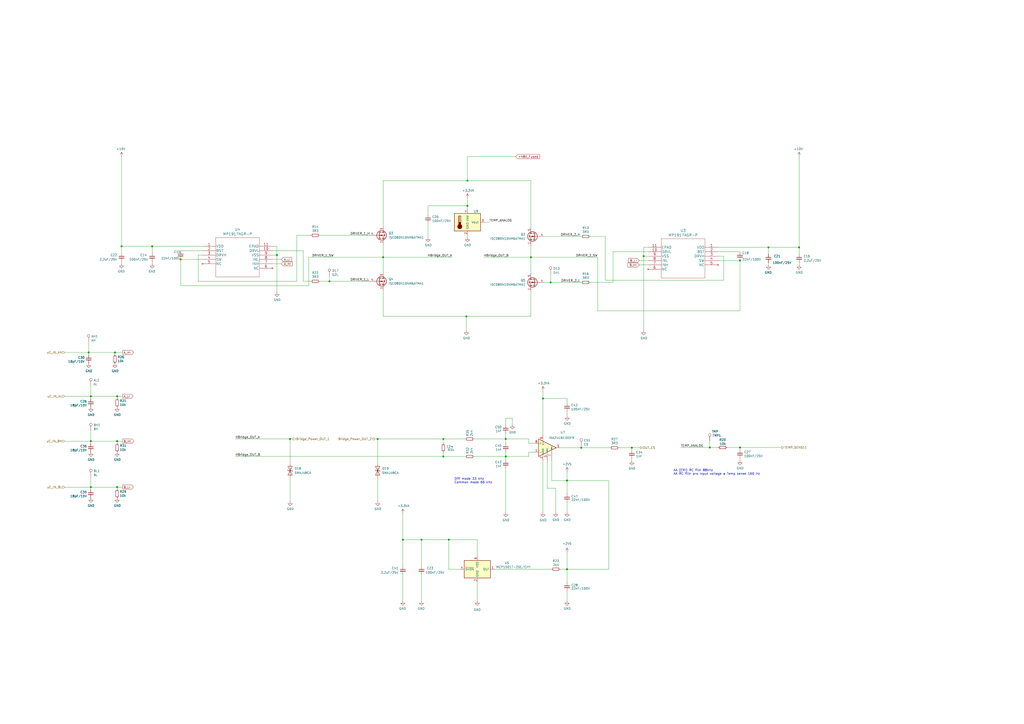
<source format=kicad_sch>
(kicad_sch (version 20230121) (generator eeschema)
  (paper "A2")
  (title_block (title "H bridge") (date "2025-02-18") (rev "2.1") (comment 1 "TDSON-8 footprint trochu větší?") (comment 2 "INA241") (comment 3 "bootstrap na 22nF (větší Qc asi by fungovalo i s 10nF)") (comment 4 "Upravy: MOSFETY na 100V") (comment 5 "Připojení reference 1,25V; lepší pro ADC") (comment 6 "Změna 3R9 na 3R3") (comment 7 "Diff mode a common mode filtry na Rshunt") (comment 8 "Filtry CM a DM zmena C = 1nF a R = 2k4, protože 3R3 se ohřívaly vlivem svodu velkého proudu"))
  (junction (at 52.705 255.905))
  (junction (at 233.68 313.055))
  (junction (at 271.145 119.38))
  (junction (at 270.51 183.515))
  (junction (at 244.475 313.055))
  (junction (at 66.675 204.47))
  (junction (at 191.135 163.195))
  (junction (at 257.175 254.635))
  (junction (at 257.175 264.795))
  (junction (at 373.38 148.59))
  (junction (at 52.705 229.87))
  (junction (at 328.93 278.765))
  (junction (at 67.945 255.905))
  (junction (at 51.435 204.47))
  (junction (at 337.185 259.715))
  (junction (at 319.405 163.83))
  (junction (at 445.77 143.51))
  (junction (at 411.734 259.588))
  (junction (at 429.26 151.13))
  (junction (at 260.35 313.055))
  (junction (at 219.075 254.635))
  (junction (at 328.93 330.2))
  (junction (at 271.145 104.775))
  (junction (at 67.945 282.575))
  (junction (at 293.37 264.795))
  (junction (at 429.26 259.588))
  (junction (at 160.655 147.955))
  (junction (at 366.522 259.715))
  (junction (at 67.945 229.87))
  (junction (at 293.37 254.635))
  (junction (at 52.705 282.575))
  (junction (at 307.975 149.225))
  (junction (at 222.25 149.225))
  (junction (at 88.265 142.875))
  (junction (at 70.485 142.875))
  (junction (at 314.96 231.14))
  (junction (at 463.55 143.51))
  (junction (at 168.275 254.635))
  (junction (at 104.775 150.495))
  (wire (pts (xy 248.285 119.38) (xy 271.145 119.38)))
  (wire (pts (xy 271.145 137.795) (xy 271.145 136.525)))
  (wire (pts (xy 307.975 132.08) (xy 307.975 104.775)))
  (wire (pts (xy 355.6 146.05) (xy 355.6 163.83)))
  (wire (pts (xy 67.945 231.14) (xy 67.945 229.87)))
  (wire (pts (xy 244.475 313.055) (xy 244.475 328.295)))
  (wire (pts (xy 325.12 259.715) (xy 337.185 259.715)))
  (wire (pts (xy 299.085 90.805) (xy 271.145 90.805)))
  (wire (pts (xy 104.775 150.495) (xy 104.775 165.735)))
  (wire (pts (xy 222.25 149.225) (xy 179.07 149.225)))
  (wire (pts (xy 373.38 148.59) (xy 373.38 143.51)))
  (wire (pts (xy 421.767 259.588) (xy 429.26 259.588)))
  (wire (pts (xy 67.945 257.175) (xy 67.945 255.905)))
  (wire (pts (xy 168.275 269.24) (xy 168.275 254.635)))
  (wire (pts (xy 429.26 151.13) (xy 416.56 151.13)))
  (wire (pts (xy 307.975 142.24) (xy 307.975 149.225)))
  (wire (pts (xy 366.522 260.985) (xy 366.522 259.715)))
  (wire (pts (xy 244.475 313.055) (xy 260.35 313.055)))
  (wire (pts (xy 271.145 119.38) (xy 271.145 121.285)))
  (wire (pts (xy 373.38 148.59) (xy 375.92 148.59)))
  (wire (pts (xy 314.96 297.307) (xy 314.96 267.335)))
  (wire (pts (xy 66.675 204.47) (xy 71.12 204.47)))
  (wire (pts (xy 262.255 149.225) (xy 222.25 149.225)))
  (wire (pts (xy 37.465 255.905) (xy 52.705 255.905)))
  (wire (pts (xy 248.285 119.38) (xy 248.285 124.46)))
  (wire (pts (xy 114.935 163.195) (xy 114.935 147.955)))
  (wire (pts (xy 315.595 137.16) (xy 337.185 137.16)))
  (wire (pts (xy 175.895 145.415) (xy 175.895 163.195)))
  (wire (pts (xy 309.88 257.175) (xy 306.705 257.175)))
  (wire (pts (xy 114.935 147.955) (xy 117.475 147.955)))
  (wire (pts (xy 416.56 143.51) (xy 445.77 143.51)))
  (wire (pts (xy 70.485 146.685) (xy 70.485 142.875)))
  (wire (pts (xy 320.04 278.765) (xy 328.93 278.765)))
  (wire (pts (xy 67.945 255.905) (xy 71.12 255.905)))
  (wire (pts (xy 219.075 254.635) (xy 257.175 254.635)))
  (wire (pts (xy 222.25 104.775) (xy 271.145 104.775)))
  (wire (pts (xy 411.734 255.651) (xy 411.734 259.588)))
  (wire (pts (xy 320.04 267.335) (xy 320.04 278.765)))
  (wire (pts (xy 172.085 136.525) (xy 172.085 163.195)))
  (wire (pts (xy 257.175 262.255) (xy 257.175 264.795)))
  (wire (pts (xy 328.93 348.615) (xy 328.93 342.9)))
  (wire (pts (xy 70.485 142.875) (xy 70.485 90.805)))
  (wire (pts (xy 328.93 330.2) (xy 328.93 337.82)))
  (wire (pts (xy 355.6 146.05) (xy 375.92 146.05)))
  (wire (pts (xy 319.405 158.75) (xy 319.405 163.83)))
  (wire (pts (xy 297.18 242.57) (xy 297.18 246.38)))
  (wire (pts (xy 52.705 282.575) (xy 52.705 276.225)))
  (wire (pts (xy 52.705 229.87) (xy 52.705 223.52)))
  (wire (pts (xy 260.35 313.055) (xy 276.86 313.055)))
  (wire (pts (xy 233.68 333.375) (xy 233.68 348.615)))
  (wire (pts (xy 328.93 330.2) (xy 353.06 330.2)))
  (wire (pts (xy 104.775 145.415) (xy 117.475 145.415)))
  (wire (pts (xy 191.135 163.195) (xy 214.63 163.195)))
  (wire (pts (xy 52.705 229.87) (xy 67.945 229.87)))
  (wire (pts (xy 260.35 313.055) (xy 260.35 330.2)))
  (wire (pts (xy 52.705 283.845) (xy 52.705 282.575)))
  (wire (pts (xy 222.25 131.445) (xy 222.25 104.775)))
  (wire (pts (xy 429.26 259.588) (xy 453.39 259.588)))
  (wire (pts (xy 51.435 205.74) (xy 51.435 204.47)))
  (wire (pts (xy 346.71 180.34) (xy 429.26 180.34)))
  (wire (pts (xy 104.775 150.495) (xy 117.475 150.495)))
  (wire (pts (xy 179.07 165.735) (xy 104.775 165.735)))
  (wire (pts (xy 160.655 147.955) (xy 160.655 142.875)))
  (wire (pts (xy 416.56 148.59) (xy 419.735 148.59)))
  (wire (pts (xy 445.77 152.4) (xy 445.77 153.67)))
  (wire (pts (xy 160.655 142.875) (xy 158.115 142.875)))
  (wire (pts (xy 306.705 262.255) (xy 306.705 264.795)))
  (wire (pts (xy 328.93 278.765) (xy 328.93 286.385)))
  (wire (pts (xy 185.42 163.195) (xy 191.135 163.195)))
  (wire (pts (xy 375.92 151.13) (xy 370.84 151.13)))
  (wire (pts (xy 306.705 254.635) (xy 293.37 254.635)))
  (wire (pts (xy 445.77 143.51) (xy 463.55 143.51)))
  (wire (pts (xy 429.26 146.05) (xy 416.56 146.05)))
  (wire (pts (xy 37.465 282.575) (xy 52.705 282.575)))
  (wire (pts (xy 317.5 283.21) (xy 317.5 267.335)))
  (wire (pts (xy 293.37 262.255) (xy 293.37 264.795)))
  (wire (pts (xy 287.02 330.2) (xy 319.913 330.2)))
  (wire (pts (xy 67.945 229.87) (xy 71.12 229.87)))
  (wire (pts (xy 337.185 259.715) (xy 353.949 259.715)))
  (wire (pts (xy 373.38 148.59) (xy 373.38 191.77)))
  (wire (pts (xy 244.475 348.615) (xy 244.475 333.375)))
  (wire (pts (xy 373.38 143.51) (xy 375.92 143.51)))
  (wire (pts (xy 274.955 254.635) (xy 293.37 254.635)))
  (wire (pts (xy 52.705 282.575) (xy 67.945 282.575)))
  (wire (pts (xy 309.88 262.255) (xy 306.705 262.255)))
  (wire (pts (xy 328.93 233.68) (xy 328.93 231.14)))
  (wire (pts (xy 274.955 264.795) (xy 293.37 264.795)))
  (wire (pts (xy 463.55 153.67) (xy 463.55 152.4)))
  (wire (pts (xy 52.705 257.175) (xy 52.705 255.905)))
  (wire (pts (xy 158.115 147.955) (xy 160.655 147.955)))
  (wire (pts (xy 293.37 251.46) (xy 293.37 254.635)))
  (wire (pts (xy 270.51 191.77) (xy 270.51 183.515)))
  (wire (pts (xy 328.93 241.3) (xy 328.93 238.76)))
  (wire (pts (xy 337.185 258.445) (xy 337.185 259.715)))
  (wire (pts (xy 160.655 147.955) (xy 160.655 169.545)))
  (wire (pts (xy 136.525 264.795) (xy 257.175 264.795)))
  (wire (pts (xy 51.435 204.47) (xy 51.435 198.12)))
  (wire (pts (xy 346.71 149.225) (xy 346.71 180.34)))
  (wire (pts (xy 168.275 276.86) (xy 168.275 290.83)))
  (wire (pts (xy 293.37 254.635) (xy 293.37 257.175)))
  (wire (pts (xy 158.115 150.495) (xy 163.195 150.495)))
  (wire (pts (xy 463.55 143.51) (xy 463.55 147.32)))
  (wire (pts (xy 276.86 337.82) (xy 276.86 348.615)))
  (wire (pts (xy 293.37 242.57) (xy 297.18 242.57)))
  (wire (pts (xy 281.305 128.905) (xy 283.845 128.905)))
  (wire (pts (xy 233.68 297.815) (xy 233.68 313.055)))
  (wire (pts (xy 328.93 320.421) (xy 328.93 330.2)))
  (wire (pts (xy 52.705 255.905) (xy 52.705 249.555)))
  (wire (pts (xy 366.522 266.065) (xy 366.522 267.335)))
  (wire (pts (xy 37.465 204.47) (xy 51.435 204.47)))
  (wire (pts (xy 280.67 149.225) (xy 307.975 149.225)))
  (wire (pts (xy 293.37 264.795) (xy 306.705 264.795)))
  (wire (pts (xy 158.115 145.415) (xy 175.895 145.415)))
  (wire (pts (xy 419.735 162.56) (xy 351.155 162.56)))
  (wire (pts (xy 307.975 149.225) (xy 346.71 149.225)))
  (wire (pts (xy 293.37 271.78) (xy 293.37 297.307)))
  (wire (pts (xy 67.945 283.845) (xy 67.945 282.575)))
  (wire (pts (xy 248.285 137.795) (xy 248.285 129.54)))
  (wire (pts (xy 260.35 330.2) (xy 266.7 330.2)))
  (wire (pts (xy 52.705 231.14) (xy 52.705 229.87)))
  (wire (pts (xy 419.735 148.59) (xy 419.735 162.56)))
  (wire (pts (xy 222.25 183.515) (xy 270.51 183.515)))
  (wire (pts (xy 70.485 151.765) (xy 70.485 153.035)))
  (wire (pts (xy 463.55 143.51) (xy 463.55 90.805)))
  (wire (pts (xy 353.06 330.2) (xy 353.06 278.765)))
  (wire (pts (xy 328.93 278.765) (xy 353.06 278.765)))
  (wire (pts (xy 257.175 254.635) (xy 269.875 254.635)))
  (wire (pts (xy 88.265 153.035) (xy 88.265 151.765)))
  (wire (pts (xy 66.675 205.74) (xy 66.675 204.47)))
  (wire (pts (xy 175.895 163.195) (xy 180.34 163.195)))
  (wire (pts (xy 222.25 168.275) (xy 222.25 183.515)))
  (wire (pts (xy 271.145 90.805) (xy 271.145 104.775)))
  (wire (pts (xy 429.26 260.858) (xy 429.26 259.588)))
  (wire (pts (xy 67.945 282.575) (xy 71.12 282.575)))
  (wire (pts (xy 314.96 226.695) (xy 314.96 231.14)))
  (wire (pts (xy 328.93 231.14) (xy 314.96 231.14)))
  (wire (pts (xy 191.135 160.02) (xy 191.135 163.195)))
  (wire (pts (xy 179.07 149.225) (xy 179.07 165.735)))
  (wire (pts (xy 411.734 259.588) (xy 416.687 259.588)))
  (wire (pts (xy 351.155 162.56) (xy 351.155 137.16)))
  (wire (pts (xy 222.25 149.225) (xy 222.25 158.115)))
  (wire (pts (xy 307.975 149.225) (xy 307.975 158.75)))
  (wire (pts (xy 315.595 163.83) (xy 319.405 163.83)))
  (wire (pts (xy 257.175 264.795) (xy 269.875 264.795)))
  (wire (pts (xy 271.145 114.935) (xy 271.145 119.38)))
  (wire (pts (xy 445.77 147.32) (xy 445.77 143.51)))
  (wire (pts (xy 307.975 168.91) (xy 307.975 183.515)))
  (wire (pts (xy 270.51 183.515) (xy 307.975 183.515)))
  (wire (pts (xy 324.993 330.2) (xy 328.93 330.2)))
  (wire (pts (xy 136.525 254.635) (xy 168.275 254.635)))
  (wire (pts (xy 328.93 273.685) (xy 328.93 278.765)))
  (wire (pts (xy 168.275 254.635) (xy 170.18 254.635)))
  (wire (pts (xy 219.075 276.86) (xy 219.075 290.83)))
  (wire (pts (xy 70.485 142.875) (xy 88.265 142.875)))
  (wire (pts (xy 217.17 254.635) (xy 219.075 254.635)))
  (wire (pts (xy 88.265 142.875) (xy 117.475 142.875)))
  (wire (pts (xy 328.93 297.18) (xy 328.93 291.465)))
  (wire (pts (xy 394.843 259.588) (xy 411.734 259.588)))
  (wire (pts (xy 172.085 136.525) (xy 180.34 136.525)))
  (wire (pts (xy 233.68 328.295) (xy 233.68 313.055)))
  (wire (pts (xy 271.145 104.775) (xy 307.975 104.775)))
  (wire (pts (xy 293.37 264.795) (xy 293.37 266.7)))
  (wire (pts (xy 88.265 142.875) (xy 88.265 146.685)))
  (wire (pts (xy 158.115 153.035) (xy 163.195 153.035)))
  (wire (pts (xy 355.6 163.83) (xy 342.265 163.83)))
  (wire (pts (xy 52.705 255.905) (xy 67.945 255.905)))
  (wire (pts (xy 306.705 257.175) (xy 306.705 254.635)))
  (wire (pts (xy 342.265 137.16) (xy 351.155 137.16)))
  (wire (pts (xy 317.5 283.21) (xy 322.326 283.21)))
  (wire (pts (xy 359.029 259.715) (xy 366.522 259.715)))
  (wire (pts (xy 314.96 231.14) (xy 314.96 252.095)))
  (wire (pts (xy 322.326 283.21) (xy 322.326 297.18)))
  (wire (pts (xy 37.465 229.87) (xy 52.705 229.87)))
  (wire (pts (xy 222.25 141.605) (xy 222.25 149.225)))
  (wire (pts (xy 429.26 265.938) (xy 429.26 267.208)))
  (wire (pts (xy 185.42 136.525) (xy 214.63 136.525)))
  (wire (pts (xy 114.935 163.195) (xy 172.085 163.195)))
  (wire (pts (xy 276.86 313.055) (xy 276.86 322.58)))
  (wire (pts (xy 366.522 259.715) (xy 371.348 259.715)))
  (wire (pts (xy 233.68 313.055) (xy 244.475 313.055)))
  (wire (pts (xy 257.175 254.635) (xy 257.175 257.175)))
  (wire (pts (xy 293.37 246.38) (xy 293.37 242.57)))
  (wire (pts (xy 429.26 151.13) (xy 429.26 180.34)))
  (wire (pts (xy 319.405 163.83) (xy 337.185 163.83)))
  (wire (pts (xy 375.92 153.67) (xy 370.84 153.67)))
  (wire (pts (xy 51.435 204.47) (xy 66.675 204.47)))
  (wire (pts (xy 219.075 269.24) (xy 219.075 254.635)))
  (text "Diff mode 33 kHz\nCommon mode 66 kHz" (at 263.525 280.67 0) (effects (font (size 1.27 1.27)) (justify left bottom)))
  (text "AA (EMI) RC filtr 88kHz\nAA RC filtr pro Input voltage a Temp sense 160 Hz\n\n" (at 390.652 277.749 0) (effects (font (size 1.27 1.27)) (justify left bottom)))
  (label "HBridge_OUT_B" (at 136.525 264.795 0))
  (label "TEMP_ANALOG" (at 283.845 128.905 0))
  (label "HBridge_OUT_A" (at 136.525 254.635 0))
  (label "DRIVER_2_SW" (at 346.71 149.225 180))
  (label "TEMP_ANALOG" (at 394.843 259.588 0))
  (label "DRIVER_2_H" (at 336.55 137.16 180))
  (label "DRIVER_1_SW" (at 180.975 149.225 0))
  (label "DRIVER_2_L" (at 336.55 163.83 180))
  (label "DRIVER_1_H" (at 203.2 136.525 0))
  (label "HBridge_OUT_B" (at 280.67 149.225 0))
  (label "HBridge_OUT_A" (at 262.255 149.225 180))
  (label "DRIVER_1_L" (at 203.2 163.195 0))
  (global_label "A_HI" (shape input) (at 163.195 153.035 0) (property "Intersheetrefs" "${INTERSHEET_REFS}" (effects hide)))
  (global_label "A_LI" (shape output) (at 71.12 229.87 0) (property "Intersheetrefs" "${INTERSHEET_REFS}" (effects hide)))
  (global_label "+48V_Fused" (shape input) (at 299.085 90.805 0) (property "Intersheetrefs" "${INTERSHEET_REFS}" (effects hide)))
  (global_label "A_LI" (shape input) (at 163.195 150.495 0) (property "Intersheetrefs" "${INTERSHEET_REFS}" (effects hide)))
  (global_label "B_LI" (shape input) (at 370.84 151.13 180) (property "Intersheetrefs" "${INTERSHEET_REFS}" (effects hide)))
  (global_label "B_HI" (shape input) (at 370.84 153.67 180) (property "Intersheetrefs" "${INTERSHEET_REFS}" (effects hide)))
  (global_label "A_HI" (shape output) (at 71.12 204.47 0) (property "Intersheetrefs" "${INTERSHEET_REFS}" (effects hide)))
  (global_label "B_LI" (shape output) (at 71.12 282.575 0) (property "Intersheetrefs" "${INTERSHEET_REFS}" (effects hide)))
  (global_label "B_HI" (shape output) (at 71.12 255.905 0) (property "Intersheetrefs" "${INTERSHEET_REFS}" (effects hide)))
  (hierarchical_label "Bridge_Power_OUT_1" (shape output) (at 170.18 254.635 0))
  (hierarchical_label "OUT_CS" (shape output) (at 371.348 259.715 0))
  (hierarchical_label "uC_IN_AH" (shape input) (at 37.465 204.47 180))
  (hierarchical_label "uC_IN_BH" (shape input) (at 37.465 255.905 180))
  (hierarchical_label "uC_IN_BL" (shape input) (at 37.465 282.575 180))
  (hierarchical_label "uC_IN_AL" (shape input) (at 37.465 229.87 180))
  (hierarchical_label "TEMP_SENSE1" (shape output) (at 453.39 259.588 0))
  (hierarchical_label "Bridge_Power_OUT_2" (shape output) (at 217.17 254.635 180))
  (symbol (lib_id "power:GND") (at 70.485 153.035 0) (mirror y) (unit 1)
    (property "Reference" "#PWR063" (effects hide))
    (property "Value" "GND" (at 70.358 157.4292 0))
  )
  (symbol (lib_id "power:GND") (at 373.38 191.77 0) (unit 1)
    (property "Reference" "#PWR083" (effects hide))
    (property "Value" "GND" (at 373.507 196.1642 0))
  )
  (symbol (lib_id "Device:C_Small") (at 104.775 147.955 0) (unit 1)
    (property "Reference" "C15" (at 104.775 145.415 0) (effects (justify right top)))
    (property "Value" "22nF/100V " (at 105.41 149.86 0) (effects (justify right)))
    (property "Footprint" "Capacitor_SMD:C_0603_1608Metric" (effects hide))
    (property "Datasheet" "https://cz.mouser.com/datasheet/2/447/KEM_C1002_X7R_SMD-3316098.pdf" (effects hide))
    (property "Vendor" "https://cz.mouser.com/ProductDetail/KEMET/C0603C223K1RACTU?qs=XbM9o1La6yBUeoWn89gwrQ%3D%3D" (effects hide))
    (property "CENA" "2,23" (effects hide))
    (property "MNUMBER " "C0603C223K1RACTU" (effects hide))
    (property "OBJCISLO" "80-C0603C223K1R" (effects hide))
  )
  (symbol (lib_id "power:GND") (at 445.77 153.67 0) (mirror y) (unit 1)
    (property "Reference" "#PWR084" (effects hide))
    (property "Value" "GND" (at 445.643 158.0642 0))
  )
  (symbol (lib_id "power:GND") (at 160.655 169.545 0) (unit 1)
    (property "Reference" "#PWR065" (effects hide))
    (property "Value" "GND" (at 160.782 173.9392 0))
  )
  (symbol (lib_id "power:+10V") (at 463.55 90.805 0) (mirror y) (unit 1)
    (property "Reference" "#PWR085" (effects hide))
    (property "Value" "+10V" (at 463.169 86.4108 0))
  )
  (symbol (lib_id "MiSPiZ-rescue:MP1917AGR-Z-2021-11-05_20-06-35") (at 117.475 142.875 0) (unit 1)
    (property "Reference" "U4" (at 137.795 133.0452 0) (effects (font (size 1.524 1.524))))
    (property "Value" " MP1917AGR-P " (at 137.795 135.7376 0) (effects (font (size 1.524 1.524))))
    (property "Footprint" "Footprints:QFN-4x4_MP1917A_MNP" (effects hide))
    (property "Datasheet" "https://cz.mouser.com/datasheet/2/277/MP1917A-2945459.pdf" (effects hide))
    (property "Vendor" "https://cz.mouser.com/ProductDetail/Monolithic-Power-Systems-MPS/MP1917AGR-P?qs=Zz7%252BYVVL6bEwiYRFlcyknQ%3D%3D" (effects hide))
    (property "CENA" "52" (effects hide))
    (property "MNUMBER " "MP1917AGR-Z" (effects hide))
    (property "OBJCISLO" "946-MP1917AGR-P" (effects hide))
    (property "POZN" "V CIMŘE 3KS " (effects hide))
  )
  (symbol (lib_id "MiSPiZ-rescue:MP1917AGR-Z-2021-11-05_20-06-35") (at 416.56 143.51 0) (mirror y) (unit 1)
    (property "Reference" "U3" (at 396.24 133.6802 0) (effects (font (size 1.524 1.524))))
    (property "Value" " MP1917AGR-P " (at 396.24 136.3726 0) (effects (font (size 1.524 1.524))))
    (property "Footprint" "Footprints:QFN-4x4_MP1917A_MNP" (effects hide))
    (property "Datasheet" "https://cz.mouser.com/datasheet/2/277/MP1917A-2945459.pdf" (effects hide))
    (property "Vendor" "https://cz.mouser.com/ProductDetail/Monolithic-Power-Systems-MPS/MP1917AGR-P?qs=Zz7%252BYVVL6bEwiYRFlcyknQ%3D%3D" (effects hide))
    (property "CENA" "52" (effects hide))
    (property "MNUMBER " "MP1917AGR-Z" (effects hide))
    (property "OBJCISLO" "946-MP1917AGR-P" (effects hide))
    (property "POZN" "V CIMŘE 3KS " (effects hide))
  )
  (symbol (lib_id "MiSPiZ-rescue:MCP9700T-ELT-Sensor_Temperature") (at 271.145 128.905 0) (unit 1)
    (property "Reference" "U9" (at 277.495 122.555 0) (effects (justify right)))
    (property "Value" "MCP9700T-ELT" (effects hide))
    (property "Footprint" "Package_TO_SOT_SMD:SOT-353_SC-70-5" (effects hide))
    (property "Datasheet" "https://cz.mouser.com/datasheet/2/268/MCP9700_Family_Data_Sheet_DS20001942-3132871.pdf" (effects hide))
    (property "Vendor" "https://cz.mouser.com/ProductDetail/Microchip/MCP9700T-E-LT?qs=RnzODY3cU8tW7jSxAPzBuw%3D%3D" (effects hide))
    (property "CENA" "6,48" (effects hide))
    (property "MNUMBER " "MCP9700T-E/LT" (effects hide))
    (property "OBJCISLO" "579-MCP9700T-E/LT" (effects hide))
  )
  (symbol (lib_id "power:GND") (at 51.435 210.82 0) (unit 1)
    (property "Reference" "#PWR054" (effects hide))
    (property "Value" "GND" (at 51.562 215.2142 0))
  )
  (symbol (lib_id "Device:C_Small") (at 248.285 127 0) (unit 1)
    (property "Reference" "C25" (at 250.6218 125.8316 0) (effects (justify left)))
    (property "Value" "100nF/25V" (at 250.6218 128.143 0) (effects (justify left)))
    (property "Footprint" "Capacitor_SMD:C_0603_1608Metric" (effects hide))
    (property "Datasheet" "https://cz.mouser.com/datasheet/2/585/MLCC_Automotive-1837966.pdf" (effects hide))
    (property "Vendor" "https://cz.mouser.com/ProductDetail/KEMET/C0603C104M3RACTU?qs=7q2aiX3Gdlh4qBRaMcnohQ%3D%3D" (effects hide))
    (property "CENA" "2,23" (effects hide))
    (property "MNUMBER " "CL10B104KA8WPNC " (effects hide))
    (property "OBJCISLO" "187-CL10B104KA8WPNC" (effects hide))
    (property "POZN" "v cimře" (effects hide))
  )
  (symbol (lib_id "power:+10V") (at 70.485 90.805 0) (mirror y) (unit 1)
    (property "Reference" "#PWR062" (effects hide))
    (property "Value" "+10V" (at 70.104 86.4108 0))
  )
  (symbol (lib_id "Device:C_Small") (at 445.77 149.86 0) (mirror y) (unit 1)
    (property "Reference" "C21" (at 452.755 148.59 0) (effects (justify left)))
    (property "Value" "100nF/25V" (at 459.105 152.4 0) (effects (justify left)))
    (property "Footprint" "Capacitor_SMD:C_0603_1608Metric" (effects hide))
    (property "Datasheet" "https://cz.mouser.com/datasheet/2/585/MLCC_Automotive-1837966.pdf" (effects hide))
    (property "Vendor" "https://cz.mouser.com/ProductDetail/KEMET/C0603C104M3RACTU?qs=7q2aiX3Gdlh4qBRaMcnohQ%3D%3D" (effects hide))
    (property "CENA" "2,23" (effects hide))
    (property "MNUMBER " "CL10B104KA8WPNC " (effects hide))
    (property "OBJCISLO" "187-CL10B104KA8WPNC" (effects hide))
    (property "POZN" "v cimře" (effects hide))
  )
  (symbol (lib_id "power:GND") (at 270.51 191.77 0) (unit 1)
    (property "Reference" "#PWR072" (effects hide))
    (property "Value" "GND" (at 270.637 196.1642 0))
  )
  (symbol (lib_id "Device:C_Small") (at 88.265 149.225 0) (unit 1)
    (property "Reference" "C14" (at 81.28 147.955 0) (effects (justify left)))
    (property "Value" "100nF/25V" (at 74.93 150.495 0) (effects (justify left)))
    (property "Footprint" "Capacitor_SMD:C_0603_1608Metric" (effects hide))
    (property "Datasheet" "https://cz.mouser.com/datasheet/2/585/MLCC_Automotive-1837966.pdf" (effects hide))
    (property "Vendor" "https://cz.mouser.com/ProductDetail/KEMET/C0603C104M3RACTU?qs=7q2aiX3Gdlh4qBRaMcnohQ%3D%3D" (effects hide))
    (property "CENA" "2,23" (effects hide))
    (property "MNUMBER " "CL10B104KA8WPNC " (effects hide))
    (property "OBJCISLO" "187-CL10B104KA8WPNC" (effects hide))
    (property "POZN" "v cimře" (effects hide))
  )
  (symbol (lib_id "power:GND") (at 88.265 153.035 0) (mirror y) (unit 1)
    (property "Reference" "#PWR064" (effects hide))
    (property "Value" "GND" (at 88.138 157.4292 0))
  )
  (symbol (lib_id "power:GND") (at 463.55 153.67 0) (unit 1)
    (property "Reference" "#PWR086" (effects hide))
    (property "Value" "GND" (at 463.677 158.0642 0))
  )
  (symbol (lib_id "Connector:TestPoint") (at 191.135 160.02 0) (unit 1) (in_bom no)
    (property "Reference" "D17" (at 192.6082 157.0228 0) (effects (justify left)))
    (property "Value" "G2L" (at 192.6082 159.3342 0) (effects (justify left)))
    (property "Footprint" "TestPoint:TestPoint_Pad_1.5x1.5mm" (effects hide))
  )
  (symbol (lib_id "Connector:TestPoint") (at 319.405 158.75 0) (unit 1) (in_bom no)
    (property "Reference" "D13" (at 320.8782 155.7528 0) (effects (justify left)))
    (property "Value" "G4L" (at 320.8782 158.0642 0) (effects (justify left)))
    (property "Footprint" "TestPoint:TestPoint_Pad_1.5x1.5mm" (effects hide))
  )
  (symbol (lib_id "Connector:TestPoint") (at 51.435 198.12 0) (unit 1) (in_bom no)
    (property "Reference" "AH1" (at 52.9082 195.1228 0) (effects (justify left)))
    (property "Value" "AH" (at 52.9082 197.4342 0) (effects (justify left)))
    (property "Footprint" "TestPoint:TestPoint_Pad_1.5x1.5mm" (effects hide))
  )
  (symbol (lib_id "power:GND") (at 248.285 137.795 0) (unit 1)
    (property "Reference" "#PWR071" (effects hide))
    (property "Value" "GND" (at 248.412 142.1892 0))
  )
  (symbol (lib_id "power:GND") (at 271.145 137.795 0) (unit 1)
    (property "Reference" "#PWR074" (effects hide))
    (property "Value" "GND" (at 271.272 142.1892 0))
  )
  (symbol (lib_id "Connector:TestPoint") (at 52.705 223.52 0) (unit 1) (in_bom no)
    (property "Reference" "AL1" (at 54.1782 220.5228 0) (effects (justify left)))
    (property "Value" "AL" (at 54.1782 222.8342 0) (effects (justify left)))
    (property "Footprint" "TestPoint:TestPoint_Pad_1.5x1.5mm" (effects hide))
  )
  (symbol (lib_id "Connector:TestPoint") (at 52.705 249.555 0) (unit 1) (in_bom no)
    (property "Reference" "BH1" (at 54.1782 246.5578 0) (effects (justify left)))
    (property "Value" "BH" (at 54.1782 248.8692 0) (effects (justify left)))
    (property "Footprint" "TestPoint:TestPoint_Pad_1.5x1.5mm" (effects hide))
  )
  (symbol (lib_id "Connector:TestPoint") (at 52.705 276.225 0) (unit 1) (in_bom no)
    (property "Reference" "BL1" (at 54.1782 273.2278 0) (effects (justify left)))
    (property "Value" "BL" (at 54.1782 275.5392 0) (effects (justify left)))
    (property "Footprint" "TestPoint:TestPoint_Pad_1.5x1.5mm" (effects hide))
  )
  (symbol (lib_id "Device:R_Small") (at 339.725 137.16 90) (mirror x) (unit 1)
    (property "Reference" "R13" (at 339.725 132.1816 90))
    (property "Value" "3R3" (at 339.725 134.493 90))
    (property "Footprint" "Resistor_SMD:R_0805_2012Metric" (effects hide))
    (property "Datasheet" "https://cz.mouser.com/datasheet/2/315/AOA0000C331-1141874.pdf" (effects hide))
    (property "Vendor" "https://cz.mouser.com/ProductDetail/Panasonic/ERJ-P06J3R3V?qs=sGAEpiMZZMtlubZbdhIBIK7FbVYKWV6WeTjL%252B4s7bnI%3D" (effects hide))
    (property "CENA" "2,69" (effects hide))
    (property "MNUMBER " "ERJ-P06J3R3V" (effects hide))
    (property "OBJCISLO" "667-ERJ-P06J3R3V" (effects hide))
  )
  (symbol (lib_id "power:GND") (at 429.26 267.208 0) (unit 1)
    (property "Reference" "#PWR0113" (effects hide))
    (property "Value" "GND" (at 429.387 271.6022 0))
  )
  (symbol (lib_id "Connector:TestPoint") (at 411.734 255.651 0) (unit 1) (in_bom no)
    (property "Reference" "TMP1" (at 413.2072 252.6538 0) (effects (justify left)))
    (property "Value" "TMP" (at 412.75 250.317 0) (effects (justify left)))
    (property "Footprint" "TestPoint:TestPoint_Pad_1.5x1.5mm" (effects hide))
  )
  (symbol (lib_id "power:GND") (at 168.275 290.83 0) (unit 1)
    (property "Reference" "#PWR066" (effects hide))
    (property "Value" "GND" (at 168.402 295.2242 0))
  )
  (symbol (lib_id "Device:C_Small") (at 52.705 286.385 0) (mirror y) (unit 1)
    (property "Reference" "C35" (at 50.419 285.496 0) (effects (justify left)))
    (property "Value" "18pF/10V" (at 50.419 287.8074 0) (effects (justify left)))
    (property "Footprint" "Capacitor_SMD:C_0603_1608Metric" (effects hide))
    (property "Datasheet" "https://cz.mouser.com/datasheet/2/447/UPY_NP0X5R_01005_4V_to_25V_V10-3003057.pdf" (effects hide))
    (property "Vendor" "https://cz.mouser.com/ProductDetail/YAGEO/CC0603JRNP09BN180?qs=50q%252BZR8McTHRfBNgel14eQ%3D%3D" (effects hide))
    (property "CENA" "2,23" (effects hide))
    (property "MNUMBER " "CC0603JRNP09BN180 " (effects hide))
    (property "OBJCISLO" "603-CC603JRNPO9BN180 " (effects hide))
    (property "POZN" "v cimře" (effects hide))
  )
  (symbol (lib_id "Device:R_Small") (at 257.175 259.715 180) (unit 1)
    (property "Reference" "R34" (at 261.62 260.985 0))
    (property "Value" "12m" (at 260.985 259.08 0))
    (property "Footprint" "Resistor_SMD:R_2512_6332Metric" (effects hide))
    (property "Datasheet" "https://www.eaton.com/content/dam/eaton/products/electronic-components/resources/data-sheet/eaton-msma-automotive-smd-current-sense-resistor-metal-strip-data-sheet-elx1179.pdf" (effects hide))
    (property "Vendor" "https://cz.mouser.com/ProductDetail/Bussmann-Eaton/MSMA2512R0120FGM?qs=sGAEpiMZZMtlubZbdhIBINZaoL9yqB51ggEDJX7EGfw%3D" (effects hide))
    (property "CENA" "7,82" (effects hide))
    (property "MNUMBER " "MSMA2512R0120FGM" (effects hide))
    (property "OBJCISLO" "504-MSMA2512R0120FGM" (effects hide))
    (property "POZN" "1.25V při 10A" (effects hide))
  )
  (symbol (lib_id "power:GND") (at 366.522 267.335 0) (unit 1)
    (property "Reference" "#PWR080" (effects hide))
    (property "Value" "GND" (at 366.649 271.7292 0))
  )
  (symbol (lib_id "power:GND") (at 219.075 290.83 0) (unit 1)
    (property "Reference" "#PWR067" (effects hide))
    (property "Value" "GND" (at 219.202 295.2242 0))
  )
  (symbol (lib_id "Amplifier_Current:INA240A2D") (at 317.5 259.715 0) (unit 1)
    (property "Reference" "U7" (at 326.39 250.825 0))
    (property "Value" "INA241B1IDDFR" (at 325.755 254 0))
    (property "Footprint" "Package_TO_SOT_SMD:TSOT-23-8" (effects hide))
    (property "Datasheet" "https://www.ti.com/lit/ds/symlink/ina241a.pdf?ts=1708416613744&ref_url=https%253A%252F%252Fwww.mouser.it%252F" (effects hide))
    (property "CENA" "63.36" (effects hide))
    (property "MNUMBER " "INA241B1IDDFR" (effects hide))
    (property "OBJCISLO" "595-INA241B1IDDFR" (effects hide))
    (property "Vendor" "https://cz.mouser.com/ProductDetail/Texas-Instruments/INA241B1IDDFR?qs=IPgv5n7u5Qb8VGovuCsC%2FQ%3D%3D" (effects hide))
  )
  (symbol (lib_id "power:GND") (at 67.945 288.925 0) (unit 1)
    (property "Reference" "#PWR061" (effects hide))
    (property "Value" "GND" (at 68.072 293.3192 0))
  )
  (symbol (lib_id "Device:C_Small") (at 70.485 149.225 0) (mirror y) (unit 1)
    (property "Reference" "C22" (at 67.945 147.955 0) (effects (justify left)))
    (property "Value" "2.2uF/25V" (at 67.945 150.495 0) (effects (justify left)))
    (property "Footprint" "Capacitor_SMD:C_0805_2012Metric" (effects hide))
    (property "Datasheet" "https://cz.mouser.com/datasheet/2/585/MLCC-1837944.pdf" (effects hide))
    (property "Vendor" "https://cz.mouser.com/ProductDetail/Samsung-Electro-Mechanics/CL21A225KAFNNNG?qs=yOVawPpwOwlfuACaawXMWQ%3D%3D" (effects hide))
    (property "CENA" "2.69" (effects hide))
    (property "MNUMBER " "CL21A225KAFNNNG " (effects hide))
    (property "OBJCISLO" "187-CL21A225KAFNNNG " (effects hide))
  )
  (symbol (lib_id "Device:C_Small") (at 244.475 330.835 0) (mirror y) (unit 1)
    (property "Reference" "C23" (at 251.46 329.565 0) (effects (justify left)))
    (property "Value" "100nF/25V" (at 257.81 332.105 0) (effects (justify left)))
    (property "Footprint" "Capacitor_SMD:C_0603_1608Metric" (effects hide))
    (property "Datasheet" "https://cz.mouser.com/datasheet/2/585/MLCC_Automotive-1837966.pdf" (effects hide))
    (property "Vendor" "https://cz.mouser.com/ProductDetail/KEMET/C0603C104M3RACTU?qs=7q2aiX3Gdlh4qBRaMcnohQ%3D%3D" (effects hide))
    (property "CENA" "2,23" (effects hide))
    (property "MNUMBER " "CL10B104KA8WPNC " (effects hide))
    (property "OBJCISLO" "187-CL10B104KA8WPNC" (effects hide))
    (property "POZN" "v cimře" (effects hide))
  )
  (symbol (lib_id "Device:R_Small") (at 182.88 163.195 270) (unit 1)
    (property "Reference" "R22" (at 182.88 158.2166 90))
    (property "Value" "3R3" (at 182.88 160.528 90))
    (property "Footprint" "Resistor_SMD:R_0805_2012Metric" (effects hide))
    (property "Datasheet" "https://cz.mouser.com/datasheet/2/315/AOA0000C331-1141874.pdf" (effects hide))
    (property "Vendor" "https://cz.mouser.com/ProductDetail/Panasonic/ERJ-P06J3R3V?qs=sGAEpiMZZMtlubZbdhIBIK7FbVYKWV6WeTjL%252B4s7bnI%3D" (effects hide))
    (property "CENA" "2,69" (effects hide))
    (property "MNUMBER " "ERJ-P06J3R3V" (effects hide))
    (property "OBJCISLO" "667-ERJ-P06J3R3V" (effects hide))
  )
  (symbol (lib_id "power:+2V5") (at 328.93 273.685 0) (unit 1)
    (property "Reference" "#PWR0119" (effects hide))
    (property "Value" "+2V5" (at 328.93 269.24 0))
  )
  (symbol (lib_id "Device:R_Small") (at 339.725 163.83 270) (unit 1)
    (property "Reference" "R16" (at 339.725 158.8516 90))
    (property "Value" "3R3" (at 339.725 161.163 90))
    (property "Footprint" "Resistor_SMD:R_0805_2012Metric" (effects hide))
    (property "Datasheet" "https://cz.mouser.com/datasheet/2/315/AOA0000C331-1141874.pdf" (effects hide))
    (property "Vendor" "https://cz.mouser.com/ProductDetail/Panasonic/ERJ-P06J3R3V?qs=sGAEpiMZZMtlubZbdhIBIK7FbVYKWV6WeTjL%252B4s7bnI%3D" (effects hide))
    (property "CENA" "2,69" (effects hide))
    (property "MNUMBER " "ERJ-P06J3R3V" (effects hide))
    (property "OBJCISLO" "667-ERJ-P06J3R3V" (effects hide))
  )
  (symbol (lib_id "Device:R_Small") (at 66.675 208.28 0) (unit 1)
    (property "Reference" "R26" (at 68.1736 207.1116 0) (effects (justify left)))
    (property "Value" "10k" (at 68.1736 209.423 0) (effects (justify left)))
    (property "Footprint" "Resistor_SMD:R_0603_1608Metric" (effects hide))
    (property "Datasheet" "https://www.vishay.com/docs/20035/dcrcwe3.pdf" (effects hide))
    (property "Vendor" "https://cz.mouser.com/ProductDetail/Vishay-Dale/CRCW060310K0FKECC?qs=sGAEpiMZZMtlubZbdhIBIEVnJA25NYWZA%2FPRECDZuYc%3D" (effects hide))
    (property "CENA" "2,23" (effects hide))
    (property "MNUMBER " "CRCW060310K0FKECC " (effects hide))
    (property "OBJCISLO" "71-CRCW060310K0FKECC " (effects hide))
  )
  (symbol (lib_id "Device:R_Small") (at 67.945 233.68 0) (unit 1)
    (property "Reference" "R21" (at 69.4436 232.5116 0) (effects (justify left)))
    (property "Value" "10k" (at 69.4436 234.823 0) (effects (justify left)))
    (property "Footprint" "Resistor_SMD:R_0603_1608Metric" (effects hide))
    (property "Datasheet" "https://www.vishay.com/docs/20035/dcrcwe3.pdf" (effects hide))
    (property "Vendor" "https://cz.mouser.com/ProductDetail/Vishay-Dale/CRCW060310K0FKECC?qs=sGAEpiMZZMtlubZbdhIBIEVnJA25NYWZA%2FPRECDZuYc%3D" (effects hide))
    (property "CENA" "2,23" (effects hide))
    (property "MNUMBER " "CRCW060310K0FKECC " (effects hide))
    (property "OBJCISLO" "71-CRCW060310K0FKECC " (effects hide))
  )
  (symbol (lib_id "Device:R_Small") (at 272.415 264.795 90) (unit 1)
    (property "Reference" "R32" (at 271.2466 263.2964 0) (effects (justify left)))
    (property "Value" "2k4" (at 273.558 263.2964 0) (effects (justify left)))
    (property "Footprint" "Resistor_SMD:R_0603_1608Metric" (effects hide))
    (property "Datasheet" "https://www.tme.eu/Document/c283990e907c122bb808207d1578ac7f/POWER_RATING-DTE.pdf" (effects hide))
    (property "Vendor" "https://www.tme.eu/cz/en/details/smd0603-2.4k/smd-resistors/royal-ohm/0603saj0242t5e/" (effects hide))
    (property "CENA" "0.303 (100+)" (effects hide))
    (property "MNUMBER " "0603SAJ0242T5E" (effects hide))
    (property "OBJCISLO" "SMD0603-2.4K" (effects hide))
    (property "POZN" "v cimře" (effects hide))
  )
  (symbol (lib_id "Transistor_FET:BSC440N10NS3G") (at 310.515 163.83 0) (mirror y) (unit 1)
    (property "Reference" "Q5" (at 304.8 162.56 0) (effects (justify left)))
    (property "Value" "ISC080N10NM6ATMA1" (at 304.8 165.1 0) (effects (justify left)))
    (property "Footprint" "Package_SON:Infineon_PG-TDSON-8_6.15x5.15mm" (effects hide))
    (property "Datasheet" "https://cz.mouser.com/datasheet/2/196/Infineon_ISC080N10NM6_DataSheet_v02_02_EN-3363527.pdf" (effects hide))
    (property "CENA" "31.68" (effects hide))
    (property "MNUMBER " "ISC080N10NM6ATMA1" (effects hide))
    (property "OBJCISLO" "726-ISC080N10NM6ATMA" (effects hide))
    (property "Vendor" "https://cz.mouser.com/ProductDetail/Infineon-Technologies/ISC080N10NM6ATMA1?qs=QNEnbhJQKvYFG853AC%2FdSQ%3D%3D" (effects hide))
  )
  (symbol (lib_id "power:GND") (at 67.945 236.22 0) (unit 1)
    (property "Reference" "#PWR059" (effects hide))
    (property "Value" "GND" (at 68.072 240.6142 0))
  )
  (symbol (lib_id "Device:R_Small") (at 419.227 259.588 90) (unit 1)
    (property "Reference" "R20" (at 421.132 255.1176 90) (effects (justify left)))
    (property "Value" "10k" (at 421.132 257.429 90) (effects (justify left)))
    (property "Footprint" "Resistor_SMD:R_0603_1608Metric" (effects hide))
    (property "Datasheet" "https://www.vishay.com/docs/20035/dcrcwe3.pdf" (effects hide))
    (property "Vendor" "https://cz.mouser.com/ProductDetail/Vishay-Dale/CRCW060310K0FKECC?qs=sGAEpiMZZMtlubZbdhIBIEVnJA25NYWZA%2FPRECDZuYc%3D" (effects hide))
    (property "CENA" "2,23" (effects hide))
    (property "MNUMBER " "CRCW060310K0FKECC " (effects hide))
    (property "OBJCISLO" "71-CRCW060310K0FKECC " (effects hide))
  )
  (symbol (lib_id "Device:C_Small") (at 328.93 288.925 0) (mirror y) (unit 1)
    (property "Reference" "C47" (at 331.343 287.274 0) (effects (justify right top)))
    (property "Value" "22nF/100V " (at 331.343 289.941 0) (effects (justify right)))
    (property "Footprint" "Capacitor_SMD:C_0603_1608Metric" (effects hide))
    (property "Datasheet" "https://cz.mouser.com/datasheet/2/447/KEM_C1002_X7R_SMD-3316098.pdf" (effects hide))
    (property "Vendor" "https://cz.mouser.com/ProductDetail/KEMET/C0603C223K1RACTU?qs=XbM9o1La6yBUeoWn89gwrQ%3D%3D" (effects hide))
    (property "CENA" "2,23" (effects hide))
    (property "MNUMBER " "C0603C223K1RACTU" (effects hide))
    (property "OBJCISLO" "80-C0603C223K1R" (effects hide))
  )
  (symbol (lib_id "power:+3.3VA") (at 271.145 114.935 0) (unit 1)
    (property "Reference" "#PWR073" (effects hide))
    (property "Value" "+3.3VA" (at 271.526 110.5408 0))
  )
  (symbol (lib_id "Transistor_FET:BSC440N10NS3G") (at 219.71 163.195 0) (unit 1)
    (property "Reference" "Q4" (at 225.425 161.925 0) (effects (justify left)))
    (property "Value" "ISC080N10NM6ATMA1" (at 225.425 164.465 0) (effects (justify left)))
    (property "Footprint" "Package_SON:Infineon_PG-TDSON-8_6.15x5.15mm" (effects hide))
    (property "Datasheet" "https://cz.mouser.com/datasheet/2/196/Infineon_ISC080N10NM6_DataSheet_v02_02_EN-3363527.pdf" (effects hide))
    (property "CENA" "31.68" (effects hide))
    (property "MNUMBER " "ISC080N10NM6ATMA1" (effects hide))
    (property "OBJCISLO" "726-ISC080N10NM6ATMA" (effects hide))
    (property "Vendor" "https://cz.mouser.com/ProductDetail/Infineon-Technologies/ISC080N10NM6ATMA1?qs=QNEnbhJQKvYFG853AC%2FdSQ%3D%3D" (effects hide))
  )
  (symbol (lib_id "Device:C_Small") (at 52.705 233.68 0) (mirror y) (unit 1)
    (property "Reference" "C26" (at 50.419 232.791 0) (effects (justify left)))
    (property "Value" "18pF/10V" (at 50.419 235.1024 0) (effects (justify left)))
    (property "Footprint" "Capacitor_SMD:C_0603_1608Metric" (effects hide))
    (property "Datasheet" "https://cz.mouser.com/datasheet/2/447/UPY_NP0X5R_01005_4V_to_25V_V10-3003057.pdf" (effects hide))
    (property "Vendor" "https://cz.mouser.com/ProductDetail/YAGEO/CC0603JRNP09BN180?qs=50q%252BZR8McTHRfBNgel14eQ%3D%3D" (effects hide))
    (property "CENA" "2,23" (effects hide))
    (property "MNUMBER " "CC0603JRNP09BN180 " (effects hide))
    (property "OBJCISLO" "603-CC603JRNPO9BN180 " (effects hide))
    (property "POZN" "v cimře" (effects hide))
  )
  (symbol (lib_id "power:GND") (at 328.93 348.615 0) (unit 1)
    (property "Reference" "#PWR082" (effects hide))
    (property "Value" "GND" (at 329.057 353.0092 0))
  )
  (symbol (lib_id "Device:R_Small") (at 67.945 259.715 0) (unit 1)
    (property "Reference" "R31" (at 69.4436 258.5466 0) (effects (justify left)))
    (property "Value" "10k" (at 69.4436 260.858 0) (effects (justify left)))
    (property "Footprint" "Resistor_SMD:R_0603_1608Metric" (effects hide))
    (property "Datasheet" "https://www.vishay.com/docs/20035/dcrcwe3.pdf" (effects hide))
    (property "Vendor" "https://cz.mouser.com/ProductDetail/Vishay-Dale/CRCW060310K0FKECC?qs=sGAEpiMZZMtlubZbdhIBIEVnJA25NYWZA%2FPRECDZuYc%3D" (effects hide))
    (property "CENA" "2,23" (effects hide))
    (property "MNUMBER " "CRCW060310K0FKECC " (effects hide))
    (property "OBJCISLO" "71-CRCW060310K0FKECC " (effects hide))
  )
  (symbol (lib_id "Device:C_Small") (at 429.26 263.398 0) (unit 1)
    (property "Reference" "C27" (at 431.5968 262.2296 0) (effects (justify left)))
    (property "Value" "100nF/25V" (at 431.5968 264.541 0) (effects (justify left)))
    (property "Footprint" "Capacitor_SMD:C_0603_1608Metric" (effects hide))
    (property "Datasheet" "https://cz.mouser.com/datasheet/2/585/MLCC_Automotive-1837966.pdf" (effects hide))
    (property "Vendor" "https://cz.mouser.com/ProductDetail/KEMET/C0603C104M3RACTU?qs=7q2aiX3Gdlh4qBRaMcnohQ%3D%3D" (effects hide))
    (property "CENA" "2,23" (effects hide))
    (property "MNUMBER " "CL10B104KA8WPNC " (effects hide))
    (property "OBJCISLO" "187-CL10B104KA8WPNC" (effects hide))
    (property "POZN" "v cimře" (effects hide))
  )
  (symbol (lib_id "Device:C_Small") (at 328.93 340.36 0) (mirror y) (unit 1)
    (property "Reference" "C28" (at 331.343 338.709 0) (effects (justify right top)))
    (property "Value" "22nF/100V " (at 331.343 341.376 0) (effects (justify right)))
    (property "Footprint" "Capacitor_SMD:C_0603_1608Metric" (effects hide))
    (property "Datasheet" "https://cz.mouser.com/datasheet/2/447/KEM_C1002_X7R_SMD-3316098.pdf" (effects hide))
    (property "Vendor" "https://cz.mouser.com/ProductDetail/KEMET/C0603C223K1RACTU?qs=XbM9o1La6yBUeoWn89gwrQ%3D%3D" (effects hide))
    (property "CENA" "2,23" (effects hide))
    (property "MNUMBER " "C0603C223K1RACTU" (effects hide))
    (property "OBJCISLO" "80-C0603C223K1R" (effects hide))
  )
  (symbol (lib_id "Reference_Voltage:MCP1501-12xCH") (at 276.86 330.2 0) (unit 1)
    (property "Reference" "U5" (at 294.005 326.5521 0))
    (property "Value" "MCP1501T-25E/CHY" (at 297.815 328.93 0))
    (property "Footprint" "Package_TO_SOT_SMD:SOT-23-6" (effects hide))
    (property "Datasheet" "https://cz.mouser.com/datasheet/2/268/MCP1501_Data_Sheet_DS20005474F-2932251.pdf" (effects hide))
    (property "CENA" "18,07" (effects hide))
    (property "MNUMBER " "MCP1501T-25E/CHY" (effects hide))
    (property "OBJCISLO" "579-MCP1501T-25E/CHY" (effects hide))
    (property "Vendor" "https://cz.mouser.com/ProductDetail/Microchip-Technology/MCP1501T-25E-CHY?qs=8cKuZ6Ok2lamKE%2FJSRA5Gw%3D%3D" (effects hide))
  )
  (symbol (lib_id "Device:C_Small") (at 293.37 269.24 0) (mirror y) (unit 1)
    (property "Reference" "C43" (at 291.0332 268.0716 0) (effects (justify left)))
    (property "Value" "1nF" (at 291.0332 270.383 0) (effects (justify left)))
    (property "Footprint" "Capacitor_SMD:C_0603_1608Metric" (effects hide))
    (property "Datasheet" "https://product.tdk.com/system/files/dam/doc/product/capacitor/ceramic/mlcc/catalog/mlcc_automotive_midvoltage_en.pdf?ref_disty=mouser" (effects hide))
    (property "Vendor" "https://cz.mouser.com/ProductDetail/TDK/CGA3E2X7R2A102K080AA?qs=NRhsANhppD%2FkMFCdFnDSsQ%3D%3D" (effects hide))
    (property "CENA" "2,23" (effects hide))
    (property "MNUMBER " "CGA3E2X7R2A102K080AA " (effects hide))
    (property "OBJCISLO" "810-CGA3E2X7R2A102K " (effects hide))
  )
  (symbol (lib_id "power:GND") (at 276.86 348.615 0) (unit 1)
    (property "Reference" "#PWR075" (effects hide))
    (property "Value" "GND" (at 276.86 353.695 0))
  )
  (symbol (lib_id "Transistor_FET:BSC440N10NS3G") (at 310.515 137.16 0) (mirror y) (unit 1)
    (property "Reference" "Q2" (at 304.8 135.89 0) (effects (justify left)))
    (property "Value" "ISC080N10NM6ATMA1" (at 304.8 138.43 0) (effects (justify left)))
    (property "Footprint" "Package_SON:Infineon_PG-TDSON-8_6.15x5.15mm" (effects hide))
    (property "Datasheet" "https://cz.mouser.com/datasheet/2/196/Infineon_ISC080N10NM6_DataSheet_v02_02_EN-3363527.pdf" (effects hide))
    (property "CENA" "31.68" (effects hide))
    (property "MNUMBER " "ISC080N10NM6ATMA1" (effects hide))
    (property "OBJCISLO" "726-ISC080N10NM6ATMA" (effects hide))
    (property "Vendor" "https://cz.mouser.com/ProductDetail/Infineon-Technologies/ISC080N10NM6ATMA1?qs=QNEnbhJQKvYFG853AC%2FdSQ%3D%3D" (effects hide))
  )
  (symbol (lib_id "Device:C_Small") (at 429.26 148.59 0) (mirror y) (unit 1)
    (property "Reference" "C18" (at 430.53 146.05 0) (effects (justify right top)))
    (property "Value" "22nF/100V " (at 430.53 150.495 0) (effects (justify right)))
    (property "Footprint" "Capacitor_SMD:C_0603_1608Metric" (effects hide))
    (property "Datasheet" "https://cz.mouser.com/datasheet/2/447/KEM_C1002_X7R_SMD-3316098.pdf" (effects hide))
    (property "Vendor" "https://cz.mouser.com/ProductDetail/KEMET/C0603C223K1RACTU?qs=XbM9o1La6yBUeoWn89gwrQ%3D%3D" (effects hide))
    (property "CENA" "2,23" (effects hide))
    (property "MNUMBER " "C0603C223K1RACTU" (effects hide))
    (property "OBJCISLO" "80-C0603C223K1R" (effects hide))
  )
  (symbol (lib_id "power:GND") (at 52.705 288.925 0) (unit 1)
    (property "Reference" "#PWR057" (effects hide))
    (property "Value" "GND" (at 52.832 293.3192 0))
  )
  (symbol (lib_id "Device:R_Small") (at 322.453 330.2 90) (unit 1)
    (property "Reference" "R23" (at 324.358 325.3486 90) (effects (justify left)))
    (property "Value" "2k4" (at 324.358 327.66 90) (effects (justify left)))
    (property "Footprint" "Resistor_SMD:R_0603_1608Metric" (effects hide))
    (property "Datasheet" "https://www.tme.eu/Document/c283990e907c122bb808207d1578ac7f/POWER_RATING-DTE.pdf" (effects hide))
    (property "Vendor" "https://www.tme.eu/cz/en/details/smd0603-2.4k/smd-resistors/royal-ohm/0603saj0242t5e/" (effects hide))
    (property "CENA" "0.303 (100+)" (effects hide))
    (property "MNUMBER " "0603SAJ0242T5E" (effects hide))
    (property "OBJCISLO" "SMD0603-2.4K" (effects hide))
    (property "POZN" "v cimře" (effects hide))
  )
  (symbol (lib_id "Transistor_FET:BSC440N10NS3G") (at 219.71 136.525 0) (unit 1)
    (property "Reference" "Q3" (at 225.425 135.255 0) (effects (justify left)))
    (property "Value" "ISC080N10NM6ATMA1" (at 225.425 137.795 0) (effects (justify left)))
    (property "Footprint" "Package_SON:Infineon_PG-TDSON-8_6.15x5.15mm" (effects hide))
    (property "Datasheet" "https://cz.mouser.com/datasheet/2/196/Infineon_ISC080N10NM6_DataSheet_v02_02_EN-3363527.pdf" (effects hide))
    (property "CENA" "31.68" (effects hide))
    (property "MNUMBER " "ISC080N10NM6ATMA1" (effects hide))
    (property "OBJCISLO" "726-ISC080N10NM6ATMA" (effects hide))
    (property "Vendor" "https://cz.mouser.com/ProductDetail/Infineon-Technologies/ISC080N10NM6ATMA1?qs=QNEnbhJQKvYFG853AC%2FdSQ%3D%3D" (effects hide))
  )
  (symbol (lib_id "Device:C_Small") (at 293.37 248.92 0) (mirror y) (unit 1)
    (property "Reference" "C50" (at 291.0332 247.7516 0) (effects (justify left)))
    (property "Value" "1nF" (at 291.0332 250.063 0) (effects (justify left)))
    (property "Footprint" "Capacitor_SMD:C_0603_1608Metric" (effects hide))
    (property "Datasheet" "https://product.tdk.com/system/files/dam/doc/product/capacitor/ceramic/mlcc/catalog/mlcc_automotive_midvoltage_en.pdf?ref_disty=mouser" (effects hide))
    (property "Vendor" "https://cz.mouser.com/ProductDetail/TDK/CGA3E2X7R2A102K080AA?qs=NRhsANhppD%2FkMFCdFnDSsQ%3D%3D" (effects hide))
    (property "CENA" "2,23" (effects hide))
    (property "MNUMBER " "CGA3E2X7R2A102K080AA " (effects hide))
    (property "OBJCISLO" "810-CGA3E2X7R2A102K " (effects hide))
  )
  (symbol (lib_id "power:GND") (at 244.475 348.615 0) (mirror y) (unit 1)
    (property "Reference" "#PWR070" (effects hide))
    (property "Value" "GND" (at 244.348 353.0092 0))
  )
  (symbol (lib_id "Device:R_Small") (at 272.415 254.635 90) (unit 1)
    (property "Reference" "R35" (at 271.2466 253.1364 0) (effects (justify left)))
    (property "Value" "2k4" (at 273.558 253.1364 0) (effects (justify left)))
    (property "Footprint" "Resistor_SMD:R_0603_1608Metric" (effects hide))
    (property "Datasheet" "https://www.tme.eu/Document/c283990e907c122bb808207d1578ac7f/POWER_RATING-DTE.pdf" (effects hide))
    (property "Vendor" "https://www.tme.eu/cz/en/details/smd0603-2.4k/smd-resistors/royal-ohm/0603saj0242t5e/" (effects hide))
    (property "CENA" "0.303 (100+)" (effects hide))
    (property "MNUMBER " "0603SAJ0242T5E" (effects hide))
    (property "OBJCISLO" "SMD0603-2.4K" (effects hide))
    (property "POZN" "v cimře" (effects hide))
  )
  (symbol (lib_id "power:GND") (at 314.96 297.307 0) (unit 1)
    (property "Reference" "#PWR078" (effects hide))
    (property "Value" "GND" (at 315.087 301.7012 0))
  )
  (symbol (lib_id "power:+3.3VA") (at 314.96 226.695 0) (unit 1)
    (property "Reference" "#PWR079" (effects hide))
    (property "Value" "+3.3VA" (at 315.341 222.3008 0))
  )
  (symbol (lib_id "Device:C_Small") (at 233.68 330.835 0) (mirror y) (unit 1)
    (property "Reference" "C41" (at 231.14 329.565 0) (effects (justify left)))
    (property "Value" "2.2uF/25V" (at 231.14 332.105 0) (effects (justify left)))
    (property "Footprint" "Capacitor_SMD:C_0805_2012Metric" (effects hide))
    (property "Datasheet" "https://cz.mouser.com/datasheet/2/585/MLCC-1837944.pdf" (effects hide))
    (property "Vendor" "https://cz.mouser.com/ProductDetail/Samsung-Electro-Mechanics/CL21A225KAFNNNG?qs=yOVawPpwOwlfuACaawXMWQ%3D%3D" (effects hide))
    (property "CENA" "2.69" (effects hide))
    (property "MNUMBER " "CL21A225KAFNNNG " (effects hide))
    (property "OBJCISLO" "187-CL21A225KAFNNNG " (effects hide))
  )
  (symbol (lib_id "Connector:TestPoint") (at 337.185 258.445 0) (unit 1) (in_bom no)
    (property "Reference" "CS1" (at 338.6582 255.4478 0) (effects (justify left)))
    (property "Value" "CS" (at 338.6582 257.7592 0) (effects (justify left)))
    (property "Footprint" "TestPoint:TestPoint_Pad_1.5x1.5mm" (effects hide))
  )
  (symbol (lib_id "power:GND") (at 52.705 262.255 0) (unit 1)
    (property "Reference" "#PWR056" (effects hide))
    (property "Value" "GND" (at 52.832 266.6492 0))
  )
  (symbol (lib_id "Device:C_Small") (at 293.37 259.715 0) (mirror y) (unit 1)
    (property "Reference" "C45" (at 291.0332 258.5466 0) (effects (justify left)))
    (property "Value" "1nF" (at 291.0332 260.858 0) (effects (justify left)))
    (property "Footprint" "Capacitor_SMD:C_0603_1608Metric" (effects hide))
    (property "Datasheet" "https://product.tdk.com/system/files/dam/doc/product/capacitor/ceramic/mlcc/catalog/mlcc_automotive_midvoltage_en.pdf?ref_disty=mouser" (effects hide))
    (property "Vendor" "https://cz.mouser.com/ProductDetail/TDK/CGA3E2X7R2A102K080AA?qs=NRhsANhppD%2FkMFCdFnDSsQ%3D%3D" (effects hide))
    (property "CENA" "2,23" (effects hide))
    (property "MNUMBER " "CGA3E2X7R2A102K080AA " (effects hide))
    (property "OBJCISLO" "810-CGA3E2X7R2A102K " (effects hide))
  )
  (symbol (lib_id "Device:C_Small") (at 51.435 208.28 0) (mirror y) (unit 1)
    (property "Reference" "C30" (at 49.149 207.391 0) (effects (justify left)))
    (property "Value" "18pF/10V" (at 49.149 209.7024 0) (effects (justify left)))
    (property "Footprint" "Capacitor_SMD:C_0603_1608Metric" (effects hide))
    (property "Datasheet" "https://cz.mouser.com/datasheet/2/447/UPY_NP0X5R_01005_4V_to_25V_V10-3003057.pdf" (effects hide))
    (property "Vendor" "https://cz.mouser.com/ProductDetail/YAGEO/CC0603JRNP09BN180?qs=50q%252BZR8McTHRfBNgel14eQ%3D%3D" (effects hide))
    (property "CENA" "2,23" (effects hide))
    (property "MNUMBER " "CC0603JRNP09BN180 " (effects hide))
    (property "OBJCISLO" "603-CC603JRNPO9BN180 " (effects hide))
    (property "POZN" "v cimře" (effects hide))
  )
  (symbol (lib_id "Device:R_Small") (at 356.489 259.715 270) (unit 1)
    (property "Reference" "R27" (at 356.489 254.7366 90))
    (property "Value" "3R3" (at 356.489 257.048 90))
    (property "Footprint" "Resistor_SMD:R_0805_2012Metric" (effects hide))
    (property "Datasheet" "https://cz.mouser.com/datasheet/2/315/AOA0000C331-1141874.pdf" (effects hide))
    (property "Vendor" "https://cz.mouser.com/ProductDetail/Panasonic/ERJ-P06J3R3V?qs=sGAEpiMZZMtlubZbdhIBIK7FbVYKWV6WeTjL%252B4s7bnI%3D" (effects hide))
    (property "CENA" "2,69" (effects hide))
    (property "MNUMBER " "ERJ-P06J3R3V" (effects hide))
    (property "OBJCISLO" "667-ERJ-P06J3R3V" (effects hide))
  )
  (symbol (lib_id "power:GND") (at 52.705 236.22 0) (unit 1)
    (property "Reference" "#PWR055" (effects hide))
    (property "Value" "GND" (at 52.832 240.6142 0))
  )
  (symbol (lib_id "Device:R_Small") (at 67.945 286.385 0) (unit 1)
    (property "Reference" "R29" (at 69.4436 285.2166 0) (effects (justify left)))
    (property "Value" "10k" (at 69.4436 287.528 0) (effects (justify left)))
    (property "Footprint" "Resistor_SMD:R_0603_1608Metric" (effects hide))
    (property "Datasheet" "https://www.vishay.com/docs/20035/dcrcwe3.pdf" (effects hide))
    (property "Vendor" "https://cz.mouser.com/ProductDetail/Vishay-Dale/CRCW060310K0FKECC?qs=sGAEpiMZZMtlubZbdhIBIEVnJA25NYWZA%2FPRECDZuYc%3D" (effects hide))
    (property "CENA" "2,23" (effects hide))
    (property "MNUMBER " "CRCW060310K0FKECC " (effects hide))
    (property "OBJCISLO" "71-CRCW060310K0FKECC " (effects hide))
  )
  (symbol (lib_id "Device:C_Small") (at 52.705 259.715 0) (mirror y) (unit 1)
    (property "Reference" "C36" (at 50.419 258.826 0) (effects (justify left)))
    (property "Value" "18pF/10V" (at 50.419 261.1374 0) (effects (justify left)))
    (property "Footprint" "Capacitor_SMD:C_0603_1608Metric" (effects hide))
    (property "Datasheet" "https://cz.mouser.com/datasheet/2/447/UPY_NP0X5R_01005_4V_to_25V_V10-3003057.pdf" (effects hide))
    (property "Vendor" "https://cz.mouser.com/ProductDetail/YAGEO/CC0603JRNP09BN180?qs=50q%252BZR8McTHRfBNgel14eQ%3D%3D" (effects hide))
    (property "CENA" "2,23" (effects hide))
    (property "MNUMBER " "CC0603JRNP09BN180 " (effects hide))
    (property "OBJCISLO" "603-CC603JRNPO9BN180 " (effects hide))
    (property "POZN" "v cimře" (effects hide))
  )
  (symbol (lib_id "power:GND") (at 297.18 246.38 0) (unit 1)
    (property "Reference" "#PWR076" (effects hide))
    (property "Value" "GND" (at 297.307 250.7742 0))
  )
  (symbol (lib_id "power:GND") (at 67.945 262.255 0) (unit 1)
    (property "Reference" "#PWR060" (effects hide))
    (property "Value" "GND" (at 68.072 266.6492 0))
  )
  (symbol (lib_id "power:GND") (at 233.68 348.615 0) (mirror y) (unit 1)
    (property "Reference" "#PWR069" (effects hide))
    (property "Value" "GND" (at 233.553 353.0092 0))
  )
  (symbol (lib_id "Device:R_Small") (at 182.88 136.525 270) (unit 1)
    (property "Reference" "R14" (at 182.88 131.5466 90))
    (property "Value" "3R3" (at 182.88 133.858 90))
    (property "Footprint" "Resistor_SMD:R_0805_2012Metric" (effects hide))
    (property "Datasheet" "https://cz.mouser.com/datasheet/2/315/AOA0000C331-1141874.pdf" (effects hide))
    (property "Vendor" "https://cz.mouser.com/ProductDetail/Panasonic/ERJ-P06J3R3V?qs=sGAEpiMZZMtlubZbdhIBIK7FbVYKWV6WeTjL%252B4s7bnI%3D" (effects hide))
    (property "CENA" "2,69" (effects hide))
    (property "MNUMBER " "ERJ-P06J3R3V" (effects hide))
    (property "OBJCISLO" "667-ERJ-P06J3R3V" (effects hide))
  )
  (symbol (lib_id "Device:C_Small") (at 328.93 236.22 0) (unit 1)
    (property "Reference" "C42" (at 331.2668 235.0516 0) (effects (justify left)))
    (property "Value" "100nF/25V" (at 331.2668 237.363 0) (effects (justify left)))
    (property "Footprint" "Capacitor_SMD:C_0603_1608Metric" (effects hide))
    (property "Datasheet" "https://cz.mouser.com/datasheet/2/585/MLCC_Automotive-1837966.pdf" (effects hide))
    (property "Vendor" "https://cz.mouser.com/ProductDetail/KEMET/C0603C104M3RACTU?qs=7q2aiX3Gdlh4qBRaMcnohQ%3D%3D" (effects hide))
    (property "CENA" "2,23" (effects hide))
    (property "MNUMBER " "CL10B104KA8WPNC " (effects hide))
    (property "OBJCISLO" "187-CL10B104KA8WPNC" (effects hide))
    (property "POZN" "v cimře" (effects hide))
  )
  (symbol (lib_id "power:+3.3VA") (at 233.68 297.815 0) (unit 1)
    (property "Reference" "#PWR068" (effects hide))
    (property "Value" "+3.3VA" (at 234.061 293.4208 0))
  )
  (symbol (lib_id "Device:C_Small") (at 366.522 263.525 0) (unit 1) (in_bom no)
    (property "Reference" "C34" (at 368.8588 262.3566 0) (effects (justify left)))
    (property "Value" "1nF" (at 368.8588 264.668 0) (effects (justify left)))
    (property "Footprint" "Capacitor_SMD:C_0603_1608Metric" (effects hide))
    (property "Datasheet" "https://product.tdk.com/system/files/dam/doc/product/capacitor/ceramic/mlcc/catalog/mlcc_automotive_midvoltage_en.pdf?ref_disty=mouser" (effects hide))
    (property "Vendor" "https://cz.mouser.com/ProductDetail/TDK/CGA3E2X7R2A102K080AA?qs=NRhsANhppD%2FkMFCdFnDSsQ%3D%3D" (effects hide))
    (property "CENA" "2,23" (effects hide))
    (property "MNUMBER " "CGA3E2X7R2A102K080AA " (effects hide))
    (property "OBJCISLO" "810-CGA3E2X7R2A102K " (effects hide))
  )
  (symbol (lib_id "power:GND") (at 66.675 210.82 0) (unit 1)
    (property "Reference" "#PWR058" (effects hide))
    (property "Value" "GND" (at 66.802 215.2142 0))
  )
  (symbol (lib_id "power:+2V5") (at 328.93 320.421 0) (unit 1)
    (property "Reference" "#PWR0118" (effects hide))
    (property "Value" "+2V5" (at 328.93 315.341 0))
  )
  (symbol (lib_id "Diode:SMAJ48CA") (at 168.275 273.05 90) (unit 1)
    (property "Reference" "D18" (at 170.815 271.78 90) (effects (justify right)))
    (property "Value" "SMAJ48CA" (at 170.815 274.32 90) (effects (justify right)))
    (property "Footprint" "Diode_SMD:D_SMA" (effects hide))
    (property "Datasheet" "https://cz.mouser.com/datasheet/2/447/SMAJ_1-1954892.pdf" (effects hide))
    (property "CENA" "6.7" (effects hide))
    (property "MNUMBER " "SMAJ48CA/TR13" (effects hide))
    (property "OBJCISLO" "603-SMAJ48CA/TR13" (effects hide))
    (property "Vendor" "https://cz.mouser.com/ProductDetail/YAGEO/SMAJ48CA-TR13?qs=PzGy0jfpSMtwTD%2FntLzwHQ%3D%3D" (effects hide))
  )
  (symbol (lib_id "Device:C_Small") (at 463.55 149.86 0) (unit 1)
    (property "Reference" "C16" (at 466.09 148.59 0) (effects (justify left)))
    (property "Value" "2.2uF/25V" (at 466.09 151.13 0) (effects (justify left)))
    (property "Footprint" "Capacitor_SMD:C_0805_2012Metric" (effects hide))
    (property "Datasheet" "https://cz.mouser.com/datasheet/2/585/MLCC-1837944.pdf" (effects hide))
    (property "Vendor" "https://cz.mouser.com/ProductDetail/Samsung-Electro-Mechanics/CL21A225KAFNNNG?qs=yOVawPpwOwlfuACaawXMWQ%3D%3D" (effects hide))
    (property "CENA" "2.69" (effects hide))
    (property "MNUMBER " "CL21A225KAFNNNG " (effects hide))
    (property "OBJCISLO" "187-CL21A225KAFNNNG " (effects hide))
  )
  (symbol (lib_id "power:GND") (at 322.326 297.18 0) (unit 1)
    (property "Reference" "#PWR015" (effects hide))
    (property "Value" "GND" (at 322.453 301.5742 0))
  )
  (symbol (lib_id "Diode:SMAJ48CA") (at 219.075 273.05 90) (unit 1)
    (property "Reference" "D19" (at 221.615 271.78 90) (effects (justify right)))
    (property "Value" "SMAJ48CA" (at 221.615 274.32 90) (effects (justify right)))
    (property "Footprint" "Diode_SMD:D_SMA" (effects hide))
    (property "Datasheet" "https://cz.mouser.com/datasheet/2/447/SMAJ_1-1954892.pdf" (effects hide))
    (property "CENA" "6.7" (effects hide))
    (property "MNUMBER " "SMAJ48CA/TR13" (effects hide))
    (property "OBJCISLO" "603-SMAJ48CA/TR13" (effects hide))
    (property "Vendor" "https://cz.mouser.com/ProductDetail/YAGEO/SMAJ48CA-TR13?qs=PzGy0jfpSMtwTD%2FntLzwHQ%3D%3D" (effects hide))
  )
  (symbol (lib_id "power:GND") (at 293.37 297.307 0) (unit 1)
    (property "Reference" "#PWR077" (effects hide))
    (property "Value" "GND" (at 293.497 301.7012 0))
  )
  (symbol (lib_id "power:GND") (at 328.93 297.18 0) (unit 1)
    (property "Reference" "#PWR027" (effects hide))
    (property "Value" "GND" (at 329.057 301.5742 0))
  )
  (symbol (lib_id "power:GND") (at 328.93 241.3 0) (unit 1)
    (property "Reference" "#PWR081" (effects hide))
    (property "Value" "GND" (at 329.057 245.6942 0))
  )
)
</source>
